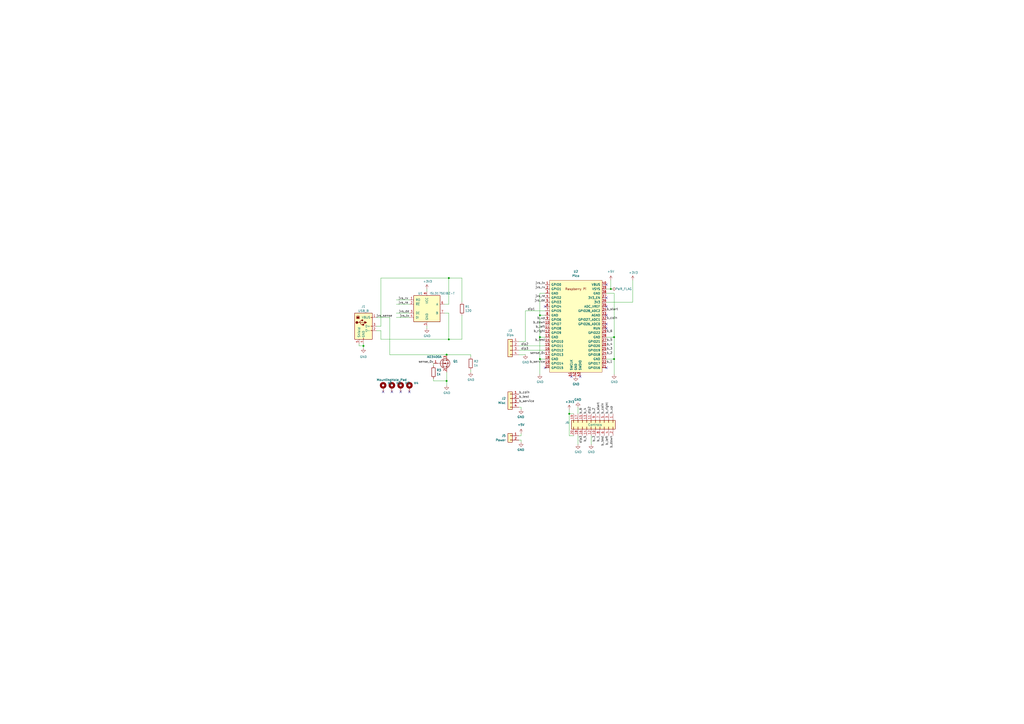
<source format=kicad_sch>
(kicad_sch (version 20211123) (generator eeschema)
  (paper "A2")
  (title_block (title "TD-IO"))
  (lib_symbols
    (symbol "+3.3V_1" (power) (pin_numbers hide) (pin_names (offset 0) hide)
      (property "Value" "+3.3V_1" (at 0 3.556 0))
      (symbol "+3.3V_1_0_1"
        (polyline (pts (xy -0.762 1.27) (xy 0 2.54)))
        (polyline (pts (xy 0 0) (xy 0 2.54)))
        (polyline (pts (xy 0 2.54) (xy 0.762 1.27)))
      )
      (symbol "+3.3V_1_1_1"
        (pin power_in line (at 0 0 90) (length 0) hide (name "+3V3") (number "1"))
      )
    )
    (symbol "+3.3V_2" (power) (pin_numbers hide) (pin_names (offset 0) hide)
      (property "Value" "+3.3V_2" (at 0 3.556 0))
      (symbol "+3.3V_2_0_1"
        (polyline (pts (xy -0.762 1.27) (xy 0 2.54)))
        (polyline (pts (xy 0 0) (xy 0 2.54)))
        (polyline (pts (xy 0 2.54) (xy 0.762 1.27)))
      )
      (symbol "+3.3V_2_1_1"
        (pin power_in line (at 0 0 90) (length 0) hide (name "+3V3") (number "1"))
      )
    )
    (symbol "+5V_1" (power) (pin_numbers hide) (pin_names (offset 0) hide)
      (property "Value" "+5V_1" (at 0 3.556 0))
      (symbol "+5V_1_0_1"
        (polyline (pts (xy -0.762 1.27) (xy 0 2.54)))
        (polyline (pts (xy 0 0) (xy 0 2.54)))
        (polyline (pts (xy 0 2.54) (xy 0.762 1.27)))
      )
      (symbol "+5V_1_1_1"
        (pin power_in line (at 0 0 90) (length 0) hide (name "+5V") (number "1"))
      )
    )
    (symbol "Connector:USB_B" (pin_names (offset 1.016))
      (property "Reference" "J" (at -5.08 11.43 0))
      (property "Value" "USB_B" (at -5.08 8.89 0))
      (symbol "USB_B_0_1"
        (rectangle (start -5.08 -7.62) (end 5.08 7.62) (stroke (width 0.254)) (fill (type background)))
        (circle (center -3.81 2.159) (radius 0.635) (stroke (width 0.254)) (fill (type outline)))
        (rectangle (start -3.81 5.588) (end -2.54 4.572) (fill (type outline)))
        (circle (center -0.635 3.429) (radius 0.381) (stroke (width 0.254)) (fill (type outline)))
        (rectangle (start -0.127 -7.62) (end 0.127 -6.858))
        (polyline (pts (xy -1.905 2.159) (xy 0.635 2.159)) (stroke (width 0.254)))
        (polyline (pts (xy -3.175 2.159) (xy -2.54 2.159) (xy -1.27 3.429) (xy -0.635 3.429)) (stroke (width 0.254)))
        (polyline (pts (xy -2.54 2.159) (xy -1.905 2.159) (xy -1.27 0.889) (xy 0 0.889)) (stroke (width 0.254)))
        (polyline (pts (xy 0.635 2.794) (xy 0.635 1.524) (xy 1.905 2.159) (xy 0.635 2.794)) (stroke (width 0.254)) (fill (type outline)))
        (polyline (pts (xy -4.064 4.318) (xy -2.286 4.318) (xy -2.286 5.715) (xy -2.667 6.096) (xy -3.683 6.096) (xy -4.064 5.715) (xy -4.064 4.318)))
        (rectangle (start 0.254 1.27) (end -0.508 0.508) (stroke (width 0.254)) (fill (type outline)))
        (rectangle (start 5.08 -2.667) (end 4.318 -2.413))
        (rectangle (start 5.08 -0.127) (end 4.318 0.127))
        (rectangle (start 5.08 4.953) (end 4.318 5.207))
      )
      (symbol "USB_B_1_1"
        (pin power_out line (at 7.62 5.08 180) (length 2.54) (name "VBUS") (number "1"))
        (pin bidirectional line (at 7.62 -2.54 180) (length 2.54) (name "D-") (number "2"))
        (pin bidirectional line (at 7.62 0 180) (length 2.54) (name "D+") (number "3"))
        (pin power_out line (at 0 -10.16 90) (length 2.54) (name "GND") (number "4"))
        (pin passive line (at -2.54 -10.16 90) (length 2.54) (name "Shield") (number "5"))
      )
    )
    (symbol "Connector_Generic:Conn_01x02" (pin_names (offset 1.016) hide)
      (property "Reference" "J" (at 0 2.54 0))
      (property "Value" "Conn_01x02" (at 0 -5.08 0))
      (symbol "Conn_01x02_1_1"
        (rectangle (start -1.27 -2.413) (end 0 -2.667) (stroke (width 0.1524)))
        (rectangle (start -1.27 0.127) (end 0 -0.127) (stroke (width 0.1524)))
        (rectangle (start -1.27 1.27) (end 1.27 -3.81) (stroke (width 0.254)) (fill (type background)))
        (pin passive line (at -5.08 0 0) (length 3.81) (name "Pin_1") (number "1"))
        (pin passive line (at -5.08 -2.54 0) (length 3.81) (name "Pin_2") (number "2"))
      )
    )
    (symbol "Connector_Generic:Conn_01x04" (pin_names (offset 1.016) hide)
      (property "Reference" "J" (at 0 5.08 0))
      (property "Value" "Conn_01x04" (at 0 -7.62 0))
      (symbol "Conn_01x04_1_1"
        (rectangle (start -1.27 -4.953) (end 0 -5.207) (stroke (width 0.1524)))
        (rectangle (start -1.27 -2.413) (end 0 -2.667) (stroke (width 0.1524)))
        (rectangle (start -1.27 0.127) (end 0 -0.127) (stroke (width 0.1524)))
        (rectangle (start -1.27 2.667) (end 0 2.413) (stroke (width 0.1524)))
        (rectangle (start -1.27 3.81) (end 1.27 -6.35) (stroke (width 0.254)) (fill (type background)))
        (pin passive line (at -5.08 2.54 0) (length 3.81) (name "Pin_1") (number "1"))
        (pin passive line (at -5.08 0 0) (length 3.81) (name "Pin_2") (number "2"))
        (pin passive line (at -5.08 -2.54 0) (length 3.81) (name "Pin_3") (number "3"))
        (pin passive line (at -5.08 -5.08 0) (length 3.81) (name "Pin_4") (number "4"))
      )
    )
    (symbol "Connector_Generic:Conn_02x10_Odd_Even" (pin_names (offset 1.016) hide)
      (property "Reference" "J" (at 1.27 12.7 0))
      (property "Value" "Conn_02x10_Odd_Even" (at 1.27 -15.24 0))
      (symbol "Conn_02x10_Odd_Even_1_1"
        (rectangle (start -1.27 -12.573) (end 0 -12.827) (stroke (width 0.1524)))
        (rectangle (start -1.27 -10.033) (end 0 -10.287) (stroke (width 0.1524)))
        (rectangle (start -1.27 -7.493) (end 0 -7.747) (stroke (width 0.1524)))
        (rectangle (start -1.27 -4.953) (end 0 -5.207) (stroke (width 0.1524)))
        (rectangle (start -1.27 -2.413) (end 0 -2.667) (stroke (width 0.1524)))
        (rectangle (start -1.27 0.127) (end 0 -0.127) (stroke (width 0.1524)))
        (rectangle (start -1.27 2.667) (end 0 2.413) (stroke (width 0.1524)))
        (rectangle (start -1.27 5.207) (end 0 4.953) (stroke (width 0.1524)))
        (rectangle (start -1.27 7.747) (end 0 7.493) (stroke (width 0.1524)))
        (rectangle (start -1.27 10.287) (end 0 10.033) (stroke (width 0.1524)))
        (rectangle (start -1.27 11.43) (end 3.81 -13.97) (stroke (width 0.254)) (fill (type background)))
        (rectangle (start 3.81 -12.573) (end 2.54 -12.827) (stroke (width 0.1524)))
        (rectangle (start 3.81 -10.033) (end 2.54 -10.287) (stroke (width 0.1524)))
        (rectangle (start 3.81 -7.493) (end 2.54 -7.747) (stroke (width 0.1524)))
        (rectangle (start 3.81 -4.953) (end 2.54 -5.207) (stroke (width 0.1524)))
        (rectangle (start 3.81 -2.413) (end 2.54 -2.667) (stroke (width 0.1524)))
        (rectangle (start 3.81 0.127) (end 2.54 -0.127) (stroke (width 0.1524)))
        (rectangle (start 3.81 2.667) (end 2.54 2.413) (stroke (width 0.1524)))
        (rectangle (start 3.81 5.207) (end 2.54 4.953) (stroke (width 0.1524)))
        (rectangle (start 3.81 7.747) (end 2.54 7.493) (stroke (width 0.1524)))
        (rectangle (start 3.81 10.287) (end 2.54 10.033) (stroke (width 0.1524)))
        (pin passive line (at -5.08 10.16 0) (length 3.81) (name "Pin_1") (number "1"))
        (pin passive line (at 7.62 0 180) (length 3.81) (name "Pin_10") (number "10"))
        (pin passive line (at -5.08 -2.54 0) (length 3.81) (name "Pin_11") (number "11"))
        (pin passive line (at 7.62 -2.54 180) (length 3.81) (name "Pin_12") (number "12"))
        (pin passive line (at -5.08 -5.08 0) (length 3.81) (name "Pin_13") (number "13"))
        (pin passive line (at 7.62 -5.08 180) (length 3.81) (name "Pin_14") (number "14"))
        (pin passive line (at -5.08 -7.62 0) (length 3.81) (name "Pin_15") (number "15"))
        (pin passive line (at 7.62 -7.62 180) (length 3.81) (name "Pin_16") (number "16"))
        (pin passive line (at -5.08 -10.16 0) (length 3.81) (name "Pin_17") (number "17"))
        (pin passive line (at 7.62 -10.16 180) (length 3.81) (name "Pin_18") (number "18"))
        (pin passive line (at -5.08 -12.7 0) (length 3.81) (name "Pin_19") (number "19"))
        (pin passive line (at 7.62 10.16 180) (length 3.81) (name "Pin_2") (number "2"))
        (pin passive line (at 7.62 -12.7 180) (length 3.81) (name "Pin_20") (number "20"))
        (pin passive line (at -5.08 7.62 0) (length 3.81) (name "Pin_3") (number "3"))
        (pin passive line (at 7.62 7.62 180) (length 3.81) (name "Pin_4") (number "4"))
        (pin passive line (at -5.08 5.08 0) (length 3.81) (name "Pin_5") (number "5"))
        (pin passive line (at 7.62 5.08 180) (length 3.81) (name "Pin_6") (number "6"))
        (pin passive line (at -5.08 2.54 0) (length 3.81) (name "Pin_7") (number "7"))
        (pin passive line (at 7.62 2.54 180) (length 3.81) (name "Pin_8") (number "8"))
        (pin passive line (at -5.08 0 0) (length 3.81) (name "Pin_9") (number "9"))
      )
    )
    (symbol "Device:R" (pin_numbers hide) (pin_names (offset 0))
      (property "Reference" "R" (at 2.032 0 90))
      (property "Value" "R" (at 0 0 90))
      (symbol "R_0_1"
        (rectangle (start -1.016 -2.54) (end 1.016 2.54) (stroke (width 0.254)))
      )
      (symbol "R_1_1"
        (pin passive line (at 0 3.81 270) (length 1.27) (name "~") (number "1"))
        (pin passive line (at 0 -3.81 90) (length 1.27) (name "~") (number "2"))
      )
    )
    (symbol "GND_1" (power) (pin_names (offset 0))
      (property "Value" "GND_1" (at 0 -3.81 0))
      (symbol "GND_1_0_1"
        (polyline (pts (xy 0 0) (xy 0 -1.27) (xy 1.27 -1.27) (xy 0 -2.54) (xy -1.27 -1.27) (xy 0 -1.27)))
      )
      (symbol "GND_1_1_1"
        (pin power_in line (at 0 0 270) (length 0) hide (name "GND") (number "1"))
      )
    )
    (symbol "GND_10" (power) (pin_numbers hide) (pin_names (offset 0) hide)
      (property "Value" "GND_10" (at 0 -3.81 0))
      (symbol "GND_10_0_1"
        (polyline (pts (xy 0 0) (xy 0 -1.27) (xy 1.27 -1.27) (xy 0 -2.54) (xy -1.27 -1.27) (xy 0 -1.27)))
      )
      (symbol "GND_10_1_1"
        (pin power_in line (at 0 0 270) (length 0) hide (name "GND") (number "1"))
      )
    )
    (symbol "GND_12" (power) (pin_numbers hide) (pin_names (offset 0) hide)
      (property "Value" "GND_12" (at 0 -3.81 0))
      (symbol "GND_12_0_1"
        (polyline (pts (xy 0 0) (xy 0 -1.27) (xy 1.27 -1.27) (xy 0 -2.54) (xy -1.27 -1.27) (xy 0 -1.27)))
      )
      (symbol "GND_12_1_1"
        (pin power_in line (at 0 0 270) (length 0) hide (name "GND") (number "1"))
      )
    )
    (symbol "GND_13" (power) (pin_numbers hide) (pin_names (offset 0) hide)
      (property "Value" "GND_13" (at 0 -3.81 0))
      (symbol "GND_13_0_1"
        (polyline (pts (xy 0 0) (xy 0 -1.27) (xy 1.27 -1.27) (xy 0 -2.54) (xy -1.27 -1.27) (xy 0 -1.27)))
      )
      (symbol "GND_13_1_1"
        (pin power_in line (at 0 0 270) (length 0) hide (name "GND") (number "1"))
      )
    )
    (symbol "GND_14" (power) (pin_numbers hide) (pin_names (offset 0) hide)
      (property "Value" "GND_14" (at 0 -3.81 0))
      (symbol "GND_14_0_1"
        (polyline (pts (xy 0 0) (xy 0 -1.27) (xy 1.27 -1.27) (xy 0 -2.54) (xy -1.27 -1.27) (xy 0 -1.27)))
      )
      (symbol "GND_14_1_1"
        (pin power_in line (at 0 0 270) (length 0) hide (name "GND") (number "1"))
      )
    )
    (symbol "GND_15" (power) (pin_numbers hide) (pin_names (offset 0) hide)
      (property "Value" "GND_15" (at 0 -3.81 0))
      (symbol "GND_15_0_1"
        (polyline (pts (xy 0 0) (xy 0 -1.27) (xy 1.27 -1.27) (xy 0 -2.54) (xy -1.27 -1.27) (xy 0 -1.27)))
      )
      (symbol "GND_15_1_1"
        (pin power_in line (at 0 0 270) (length 0) hide (name "GND") (number "1"))
      )
    )
    (symbol "GND_2" (power) (pin_numbers hide) (pin_names (offset 0) hide)
      (property "Value" "GND_2" (at 0 -3.81 0))
      (symbol "GND_2_0_1"
        (polyline (pts (xy 0 0) (xy 0 -1.27) (xy 1.27 -1.27) (xy 0 -2.54) (xy -1.27 -1.27) (xy 0 -1.27)))
      )
      (symbol "GND_2_1_1"
        (pin power_in line (at 0 0 270) (length 0) hide (name "GND") (number "1"))
      )
    )
    (symbol "GND_4" (power) (pin_numbers hide) (pin_names (offset 0) hide)
      (property "Value" "GND_4" (at 0 -3.81 0))
      (symbol "GND_4_0_1"
        (polyline (pts (xy 0 0) (xy 0 -1.27) (xy 1.27 -1.27) (xy 0 -2.54) (xy -1.27 -1.27) (xy 0 -1.27)))
      )
      (symbol "GND_4_1_1"
        (pin power_in line (at 0 0 270) (length 0) hide (name "GND") (number "1"))
      )
    )
    (symbol "GND_5" (power) (pin_names (offset 0))
      (property "Value" "GND_5" (at 0 -3.81 0))
      (symbol "GND_5_0_1"
        (polyline (pts (xy 0 0) (xy 0 -1.27) (xy 1.27 -1.27) (xy 0 -2.54) (xy -1.27 -1.27) (xy 0 -1.27)))
      )
      (symbol "GND_5_1_1"
        (pin power_in line (at 0 0 270) (length 0) hide (name "GND") (number "1"))
      )
    )
    (symbol "GND_6" (power) (pin_numbers hide) (pin_names (offset 0) hide)
      (property "Value" "GND_6" (at 0 -3.81 0))
      (symbol "GND_6_0_1"
        (polyline (pts (xy 0 0) (xy 0 -1.27) (xy 1.27 -1.27) (xy 0 -2.54) (xy -1.27 -1.27) (xy 0 -1.27)))
      )
      (symbol "GND_6_1_1"
        (pin power_in line (at 0 0 270) (length 0) hide (name "GND") (number "1"))
      )
    )
    (symbol "GND_8" (power) (pin_numbers hide) (pin_names (offset 0) hide)
      (property "Value" "GND_8" (at 0 -3.81 0))
      (symbol "GND_8_0_1"
        (polyline (pts (xy 0 0) (xy 0 -1.27) (xy 1.27 -1.27) (xy 0 -2.54) (xy -1.27 -1.27) (xy 0 -1.27)))
      )
      (symbol "GND_8_1_1"
        (pin power_in line (at 0 0 270) (length 0) hide (name "GND") (number "1"))
      )
    )
    (symbol "GND_9" (power) (pin_numbers hide) (pin_names (offset 0) hide)
      (property "Value" "GND_9" (at 0 -3.81 0))
      (symbol "GND_9_0_1"
        (polyline (pts (xy 0 0) (xy 0 -1.27) (xy 1.27 -1.27) (xy 0 -2.54) (xy -1.27 -1.27) (xy 0 -1.27)))
      )
      (symbol "GND_9_1_1"
        (pin power_in line (at 0 0 270) (length 0) hide (name "GND") (number "1"))
      )
    )
    (symbol "Interface_UART:SP3481CN" (pin_names (offset 1.016))
      (property "Reference" "U" (at -7.62 8.89 0))
      (property "Value" "SP3481CN" (at 2.54 8.89 0))
      (symbol "SP3481CN_0_1"
        (rectangle (start -7.62 7.62) (end 7.62 -7.62) (stroke (width 0.254)) (fill (type background)))
      )
      (symbol "SP3481CN_1_1"
        (pin output line (at -10.16 5.08 0) (length 2.54) (name "RO") (number "1"))
        (pin input line (at -10.16 2.54 0) (length 2.54) (name "~{RE}") (number "2"))
        (pin input line (at -10.16 -2.54 0) (length 2.54) (name "DE") (number "3"))
        (pin input line (at -10.16 -5.08 0) (length 2.54) (name "DI") (number "4"))
        (pin power_in line (at 0 -10.16 90) (length 2.54) (name "GND") (number "5"))
        (pin bidirectional line (at 10.16 2.54 180) (length 2.54) (name "A") (number "6"))
        (pin bidirectional line (at 10.16 -2.54 180) (length 2.54) (name "B") (number "7"))
        (pin power_in line (at 0 10.16 270) (length 2.54) (name "VCC") (number "8"))
      )
    )
    (symbol "MCU_RaspberryPi_and_Boards:Pico" (pin_names (offset 1.016))
      (property "Reference" "U" (at -13.97 27.94 0))
      (property "Value" "Pico" (at 0 19.05 0))
      (symbol "Pico_0_0"
        (text "Raspberry Pi" (at 0 21.59 0) (effects (font (size 1.27 1.27))))
      )
      (symbol "Pico_0_1"
        (rectangle (start -15.24 26.67) (end 15.24 -26.67) (fill (type background)))
      )
      (symbol "Pico_1_1"
        (pin bidirectional line (at -17.78 24.13 0) (length 2.54) (name "GPIO0") (number "1"))
        (pin bidirectional line (at -17.78 1.27 0) (length 2.54) (name "GPIO7") (number "10"))
        (pin bidirectional line (at -17.78 -1.27 0) (length 2.54) (name "GPIO8") (number "11"))
        (pin bidirectional line (at -17.78 -3.81 0) (length 2.54) (name "GPIO9") (number "12"))
        (pin power_in line (at -17.78 -6.35 0) (length 2.54) (name "GND") (number "13"))
        (pin bidirectional line (at -17.78 -8.89 0) (length 2.54) (name "GPIO10") (number "14"))
        (pin bidirectional line (at -17.78 -11.43 0) (length 2.54) (name "GPIO11") (number "15"))
        (pin bidirectional line (at -17.78 -13.97 0) (length 2.54) (name "GPIO12") (number "16"))
        (pin bidirectional line (at -17.78 -16.51 0) (length 2.54) (name "GPIO13") (number "17"))
        (pin power_in line (at -17.78 -19.05 0) (length 2.54) (name "GND") (number "18"))
        (pin bidirectional line (at -17.78 -21.59 0) (length 2.54) (name "GPIO14") (number "19"))
        (pin bidirectional line (at -17.78 21.59 0) (length 2.54) (name "GPIO1") (number "2"))
        (pin bidirectional line (at -17.78 -24.13 0) (length 2.54) (name "GPIO15") (number "20"))
        (pin bidirectional line (at 17.78 -24.13 180) (length 2.54) (name "GPIO16") (number "21"))
        (pin bidirectional line (at 17.78 -21.59 180) (length 2.54) (name "GPIO17") (number "22"))
        (pin power_in line (at 17.78 -19.05 180) (length 2.54) (name "GND") (number "23"))
        (pin bidirectional line (at 17.78 -16.51 180) (length 2.54) (name "GPIO18") (number "24"))
        (pin bidirectional line (at 17.78 -13.97 180) (length 2.54) (name "GPIO19") (number "25"))
        (pin bidirectional line (at 17.78 -11.43 180) (length 2.54) (name "GPIO20") (number "26"))
        (pin bidirectional line (at 17.78 -8.89 180) (length 2.54) (name "GPIO21") (number "27"))
        (pin power_in line (at 17.78 -6.35 180) (length 2.54) (name "GND") (number "28"))
        (pin bidirectional line (at 17.78 -3.81 180) (length 2.54) (name "GPIO22") (number "29"))
        (pin power_in line (at -17.78 19.05 0) (length 2.54) (name "GND") (number "3"))
        (pin input line (at 17.78 -1.27 180) (length 2.54) (name "RUN") (number "30"))
        (pin bidirectional line (at 17.78 1.27 180) (length 2.54) (name "GPIO26_ADC0") (number "31"))
        (pin bidirectional line (at 17.78 3.81 180) (length 2.54) (name "GPIO27_ADC1") (number "32"))
        (pin power_in line (at 17.78 6.35 180) (length 2.54) (name "AGND") (number "33"))
        (pin bidirectional line (at 17.78 8.89 180) (length 2.54) (name "GPIO28_ADC2") (number "34"))
        (pin unspecified line (at 17.78 11.43 180) (length 2.54) (name "ADC_VREF") (number "35"))
        (pin power_out line (at 17.78 13.97 180) (length 2.54) (name "3V3") (number "36"))
        (pin input line (at 17.78 16.51 180) (length 2.54) (name "3V3_EN") (number "37"))
        (pin power_in line (at 17.78 19.05 180) (length 2.54) (name "GND") (number "38"))
        (pin power_in line (at 17.78 21.59 180) (length 2.54) (name "VSYS") (number "39"))
        (pin bidirectional line (at -17.78 16.51 0) (length 2.54) (name "GPIO2") (number "4"))
        (pin unspecified line (at 17.78 24.13 180) (length 2.54) (name "VBUS") (number "40"))
        (pin input line (at -2.54 -29.21 90) (length 2.54) (name "SWCLK") (number "41"))
        (pin power_in line (at 0 -29.21 90) (length 2.54) (name "GND") (number "42"))
        (pin bidirectional line (at 2.54 -29.21 90) (length 2.54) (name "SWDIO") (number "43"))
        (pin bidirectional line (at -17.78 13.97 0) (length 2.54) (name "GPIO3") (number "5"))
        (pin bidirectional line (at -17.78 11.43 0) (length 2.54) (name "GPIO4") (number "6"))
        (pin bidirectional line (at -17.78 8.89 0) (length 2.54) (name "GPIO5") (number "7"))
        (pin power_in line (at -17.78 6.35 0) (length 2.54) (name "GND") (number "8"))
        (pin bidirectional line (at -17.78 3.81 0) (length 2.54) (name "GPIO6") (number "9"))
      )
    )
    (symbol "Mechanical:MountingHole_Pad" (pin_numbers hide) (pin_names (offset 1.016) hide)
      (property "Reference" "H" (at 0 6.35 0))
      (property "Value" "MountingHole_Pad" (at 0 4.445 0))
      (symbol "MountingHole_Pad_0_1"
        (circle (center 0 1.27) (radius 1.27) (stroke (width 1.27)))
      )
      (symbol "MountingHole_Pad_1_1"
        (pin input line (at 0 -2.54 90) (length 2.54) (name "1") (number "1"))
      )
    )
    (symbol "Transistor_FET:AO3400A" (pin_names hide)
      (property "Reference" "Q" (at 5.08 1.905 0))
      (property "Value" "AO3400A" (at 5.08 0 0))
      (symbol "AO3400A_0_1"
        (polyline (pts (xy 0.254 0) (xy -2.54 0)))
        (polyline (pts (xy 0.254 1.905) (xy 0.254 -1.905)) (stroke (width 0.254)))
        (polyline (pts (xy 0.762 -1.27) (xy 0.762 -2.286)) (stroke (width 0.254)))
        (polyline (pts (xy 0.762 0.508) (xy 0.762 -0.508)) (stroke (width 0.254)))
        (polyline (pts (xy 0.762 2.286) (xy 0.762 1.27)) (stroke (width 0.254)))
        (polyline (pts (xy 2.54 2.54) (xy 2.54 1.778)))
        (polyline (pts (xy 2.54 -2.54) (xy 2.54 0) (xy 0.762 0)))
        (polyline (pts (xy 0.762 -1.778) (xy 3.302 -1.778) (xy 3.302 1.778) (xy 0.762 1.778)))
        (polyline (pts (xy 1.016 0) (xy 2.032 0.381) (xy 2.032 -0.381) (xy 1.016 0)) (fill (type outline)))
        (polyline (pts (xy 2.794 0.508) (xy 2.921 0.381) (xy 3.683 0.381) (xy 3.81 0.254)))
        (polyline (pts (xy 3.302 0.381) (xy 2.921 -0.254) (xy 3.683 -0.254) (xy 3.302 0.381)))
        (circle (center 1.651 0) (radius 2.794) (stroke (width 0.254)))
        (circle (center 2.54 -1.778) (radius 0.254) (fill (type outline)))
        (circle (center 2.54 1.778) (radius 0.254) (fill (type outline)))
      )
      (symbol "AO3400A_1_1"
        (pin input line (at -5.08 0 0) (length 2.54) (name "G") (number "1"))
        (pin passive line (at 2.54 -5.08 90) (length 2.54) (name "S") (number "2"))
        (pin passive line (at 2.54 5.08 270) (length 2.54) (name "D") (number "3"))
      )
    )
    (symbol "power:+3.3V" (power) (pin_numbers hide) (pin_names (offset 0) hide)
      (property "Value" "+3.3V" (at 0 3.556 0))
      (symbol "+3.3V_0_1"
        (polyline (pts (xy -0.762 1.27) (xy 0 2.54)))
        (polyline (pts (xy 0 0) (xy 0 2.54)))
        (polyline (pts (xy 0 2.54) (xy 0.762 1.27)))
      )
      (symbol "+3.3V_1_1"
        (pin power_in line (at 0 0 90) (length 0) hide (name "+3V3") (number "1"))
      )
    )
    (symbol "power:+5V" (power) (pin_numbers hide) (pin_names (offset 0) hide)
      (property "Value" "+5V" (at 0 3.556 0))
      (symbol "+5V_0_1"
        (polyline (pts (xy -0.762 1.27) (xy 0 2.54)))
        (polyline (pts (xy 0 0) (xy 0 2.54)))
        (polyline (pts (xy 0 2.54) (xy 0.762 1.27)))
      )
      (symbol "+5V_1_1"
        (pin power_in line (at 0 0 90) (length 0) hide (name "+5V") (number "1"))
      )
    )
    (symbol "power:GND" (power) (pin_numbers hide) (pin_names (offset 0) hide)
      (property "Value" "GND" (at 0 -3.81 0))
      (symbol "GND_0_1"
        (polyline (pts (xy 0 0) (xy 0 -1.27) (xy 1.27 -1.27) (xy 0 -2.54) (xy -1.27 -1.27) (xy 0 -1.27)))
      )
      (symbol "GND_1_1"
        (pin power_in line (at 0 0 270) (length 0) hide (name "GND") (number "1"))
      )
    )
    (symbol "power:PWR_FLAG" (power) (pin_numbers hide) (pin_names (offset 0) hide)
      (property "Value" "PWR_FLAG" (at 0 3.81 0))
      (symbol "PWR_FLAG_0_0"
        (pin power_out line (at 0 0 90) (length 0) (name "pwr") (number "1"))
      )
      (symbol "PWR_FLAG_0_1"
        (polyline (pts (xy 0 0) (xy 0 1.27) (xy -1.016 1.905) (xy 0 2.54) (xy 1.016 1.905) (xy 0 1.27)))
      )
    )
  )
  (junction (at 260.35 196.85))
  (junction (at 259.08 205.74))
  (junction (at 259.08 220.98))
  (junction (at 313.182 195.58))
  (junction (at 330.2 240.03))
  (junction (at 356.235 195.58))
  (junction (at 260.35 161.29))
  (junction (at 313.182 208.28))
  (junction (at 354.33 167.64))
  (junction (at 356.235 208.28))
  (junction (at 313.182 182.88))
  (junction (at 210.82 200.66))
  (no_connect (at 316.23 213.36))
  (no_connect (at 232.41 227.33))
  (no_connect (at 227.33 227.33))
  (no_connect (at 222.25 227.33))
  (no_connect (at 237.49 227.33))
  (no_connect (at 351.79 172.72))
  (no_connect (at 351.79 177.8))
  (no_connect (at 351.79 182.88))
  (no_connect (at 351.79 190.5))
  (no_connect (at 351.79 165.1))
  (no_connect (at 316.23 177.8))
  (no_connect (at 351.79 187.96))
  (no_connect (at 336.55 218.44))
  (no_connect (at 331.47 218.44))
  (no_connect (at 351.79 213.36))
  (wire (pts (xy 247.65 189.23) (xy 247.65 190.5)))
  (wire (pts (xy 300.99 200.66) (xy 316.23 200.66)))
  (wire (pts (xy 304.8 198.12) (xy 300.99 198.12)))
  (wire (pts (xy 335.28 236.22) (xy 335.28 240.03)))
  (wire (pts (xy 342.9 257.81) (xy 342.9 252.73)))
  (wire (pts (xy 300.99 205.74) (xy 304.8 205.74)))
  (wire (pts (xy 273.05 205.74) (xy 273.05 207.01)))
  (wire (pts (xy 313.182 195.58) (xy 313.182 208.28)))
  (wire (pts (xy 208.28 200.66) (xy 210.82 200.66)))
  (wire (pts (xy 302.26 255.27) (xy 302.26 256.54)))
  (wire (pts (xy 313.182 208.28) (xy 316.23 208.28)))
  (wire (pts (xy 356.235 208.28) (xy 351.79 208.28)))
  (wire (pts (xy 367.03 175.26) (xy 351.79 175.26)))
  (wire (pts (xy 251.46 212.09) (xy 251.46 210.82)))
  (wire (pts (xy 229.87 181.61) (xy 237.49 181.61)))
  (wire (pts (xy 351.79 195.58) (xy 356.235 195.58)))
  (wire (pts (xy 210.82 200.66) (xy 210.82 201.93)))
  (wire (pts (xy 218.44 184.15) (xy 226.06 184.15)))
  (wire (pts (xy 220.98 161.29) (xy 260.35 161.29)))
  (wire (pts (xy 260.35 161.29) (xy 267.97 161.29)))
  (wire (pts (xy 220.98 196.85) (xy 260.35 196.85)))
  (wire (pts (xy 273.05 205.74) (xy 259.08 205.74)))
  (wire (pts (xy 226.06 184.15) (xy 226.06 205.74)))
  (wire (pts (xy 300.99 252.73) (xy 302.26 252.73)))
  (wire (pts (xy 335.28 257.81) (xy 335.28 252.73)))
  (wire (pts (xy 330.2 240.03) (xy 332.74 240.03)))
  (wire (pts (xy 220.98 196.85) (xy 220.98 191.77)))
  (wire (pts (xy 260.35 196.85) (xy 267.97 196.85)))
  (wire (pts (xy 220.98 189.23) (xy 218.44 189.23)))
  (wire (pts (xy 247.65 167.64) (xy 247.65 168.91)))
  (wire (pts (xy 300.99 255.27) (xy 302.26 255.27)))
  (wire (pts (xy 300.99 203.2) (xy 316.23 203.2)))
  (wire (pts (xy 208.28 199.39) (xy 208.28 200.66)))
  (wire (pts (xy 229.87 176.53) (xy 237.49 176.53)))
  (wire (pts (xy 259.08 223.52) (xy 259.08 220.98)))
  (wire (pts (xy 316.23 195.58) (xy 313.182 195.58)))
  (wire (pts (xy 330.2 237.49) (xy 330.2 240.03)))
  (wire (pts (xy 220.98 191.77) (xy 218.44 191.77)))
  (wire (pts (xy 313.182 217.17) (xy 313.182 208.28)))
  (wire (pts (xy 260.35 161.29) (xy 260.35 176.53)))
  (wire (pts (xy 351.79 170.18) (xy 356.235 170.18)))
  (wire (pts (xy 304.8 180.34) (xy 304.8 198.12)))
  (wire (pts (xy 226.06 205.74) (xy 259.08 205.74)))
  (wire (pts (xy 356.235 170.18) (xy 356.235 195.58)))
  (wire (pts (xy 354.33 167.64) (xy 354.33 162.56)))
  (wire (pts (xy 220.98 161.29) (xy 220.98 189.23)))
  (wire (pts (xy 267.97 175.26) (xy 267.97 161.29)))
  (wire (pts (xy 313.182 182.88) (xy 313.182 195.58)))
  (wire (pts (xy 356.235 195.58) (xy 356.235 208.28)))
  (wire (pts (xy 332.74 252.73) (xy 330.2 252.73)))
  (wire (pts (xy 273.05 214.63) (xy 273.05 215.9)))
  (wire (pts (xy 229.87 184.15) (xy 237.49 184.15)))
  (wire (pts (xy 351.79 167.64) (xy 354.33 167.64)))
  (wire (pts (xy 257.81 181.61) (xy 260.35 181.61)))
  (wire (pts (xy 210.82 200.66) (xy 210.82 199.39)))
  (wire (pts (xy 313.182 170.18) (xy 313.182 182.88)))
  (wire (pts (xy 302.26 252.73) (xy 302.26 251.46)))
  (wire (pts (xy 356.235 217.17) (xy 356.235 208.28)))
  (wire (pts (xy 302.26 237.49) (xy 302.26 236.22)))
  (wire (pts (xy 316.23 182.88) (xy 313.182 182.88)))
  (wire (pts (xy 316.23 180.34) (xy 304.8 180.34)))
  (wire (pts (xy 251.46 220.98) (xy 251.46 219.71)))
  (wire (pts (xy 260.35 176.53) (xy 257.81 176.53)))
  (wire (pts (xy 259.08 215.9) (xy 259.08 220.98)))
  (wire (pts (xy 251.46 220.98) (xy 259.08 220.98)))
  (wire (pts (xy 330.2 252.73) (xy 330.2 240.03)))
  (wire (pts (xy 260.35 181.61) (xy 260.35 196.85)))
  (wire (pts (xy 367.03 162.56) (xy 367.03 175.26)))
  (wire (pts (xy 302.26 236.22) (xy 300.99 236.22)))
  (wire (pts (xy 229.87 173.99) (xy 237.49 173.99)))
  (wire (pts (xy 267.97 182.88) (xy 267.97 196.85)))
  (wire (pts (xy 316.23 170.18) (xy 313.182 170.18)))
  (label "b_down" (at 355.6 252.73 270))
  (label "b_coin" (at 300.99 228.6 0))
  (label "b_test" (at 300.99 231.14 0))
  (label "b_2" (at 351.79 205.74 0))
  (label "b_down" (at 316.23 187.96 180))
  (label "jvs_rx" (at 236.855 173.99 180))
  (label "b_3" (at 351.79 203.2 0))
  (label "jvs_re" (at 236.855 176.53 180))
  (label "jvs_sense" (at 218.44 184.15 0))
  (label "b_2" (at 345.44 240.03 90))
  (label "dip3" (at 337.82 252.73 270))
  (label "b_up" (at 316.23 185.42 180))
  (label "sense_0v" (at 251.46 210.82 180))
  (label "b_start" (at 351.79 180.34 0))
  (label "b_service" (at 316.23 210.82 180))
  (label "dip1" (at 306.07 180.34 0))
  (label "b_3" (at 345.44 252.73 270))
  (label "b_coin" (at 351.79 185.42 0))
  (label "b_left" (at 316.23 190.5 180))
  (label "b_up" (at 355.6 240.03 90))
  (label "b_1" (at 347.98 252.73 270))
  (label "jvs_rx" (at 316.23 167.64 180))
  (label "b_right" (at 353.06 240.03 90))
  (label "b_left" (at 353.06 252.73 270))
  (label "b_service" (at 300.99 233.68 0))
  (label "b_6" (at 351.79 193.04 0))
  (label "sense_0v" (at 316.23 205.74 180))
  (label "dip2" (at 342.9 240.03 90))
  (label "b_1" (at 351.79 210.82 0))
  (label "jvs_tx" (at 237.49 184.15 180))
  (label "dip2" (at 302.26 200.66 0))
  (label "b_test" (at 316.23 198.12 180))
  (label "jvs_re" (at 316.23 172.72 180))
  (label "b_6" (at 337.82 240.03 90))
  (label "jvs_de" (at 316.23 175.26 180))
  (label "b_start" (at 347.98 240.03 90))
  (label "b_5" (at 340.36 252.73 270))
  (label "b_4" (at 351.79 200.66 0))
  (label "b_right" (at 316.23 193.04 180))
  (label "b_5" (at 351.79 198.12 0))
  (label "b_test" (at 350.52 252.73 270))
  (label "jvs_de" (at 237.49 181.61 180))
  (label "jvs_tx" (at 316.23 165.1 180))
  (label "b_coin" (at 350.52 240.03 90))
  (label "dip3" (at 302.26 203.2 0))
  (label "b_4" (at 340.36 240.03 90))
  (symbol (lib_id "Connector:USB_B") (at 210.82 189.23 0) (unit 1)
    (property "Reference" "J1" (at 210.82 177.8 0))
    (property "Value" "USB_B" (at 210.82 180.34 0))
    (property "Footprint" "Connector_USB:USB_B_OST_USB-B1HSxx_Horizontal" (effects hide))
    (property "Datasheet" " ~" (effects hide))
    (property "Digikey" "SAM10873-ND" (effects hide))
  )
  (symbol (lib_name "GND_2") (lib_id "power:GND") (at 247.65 190.5 0) (unit 1)
    (property "Reference" "#PWR05" (effects hide))
    (property "Value" "GND" (at 247.777 194.8942 0))
  )
  (symbol (lib_id "Device:R") (at 267.97 179.07 0) (unit 1)
    (property "Reference" "R1" (at 269.748 177.9016 0) (effects (justify left)))
    (property "Value" "120" (at 269.748 180.213 0) (effects (justify left)))
    (property "Footprint" "Resistor_SMD:R_0805_2012Metric" (effects hide))
    (property "Digikey" "13-RT0805FRE07120RLCT-ND" (effects hide))
  )
  (symbol (lib_name "+3.3V_1") (lib_id "power:+3.3V") (at 247.65 167.64 0) (unit 1)
    (property "Reference" "#PWR04" (effects hide))
    (property "Value" "+3.3V" (at 248.031 163.2458 0))
  )
  (symbol (lib_id "Interface_UART:SP3481CN") (at 247.65 179.07 0) (unit 1)
    (property "Reference" "U1" (at 243.84 170.18 0))
    (property "Value" "ISL3175EIBZ-T" (at 256.54 170.18 0))
    (property "Footprint" "Package_SO:SOIC-8_3.9x4.9mm_P1.27mm" (effects hide))
    (property "Datasheet" "http://www.icbase.com/pdf/SPX/SPX00480106.pdf" (effects hide))
    (property "Digikey" "1016-1150-5-ND" (effects hide))
  )
  (symbol (lib_name "GND_6") (lib_id "power:GND") (at 273.05 215.9 0) (unit 1)
    (property "Reference" "#PWR07" (effects hide))
    (property "Value" "GND" (at 273.177 220.2942 0))
  )
  (symbol (lib_id "Device:R") (at 251.46 215.9 0) (unit 1)
    (property "Reference" "R3" (at 253.238 214.7316 0) (effects (justify left)))
    (property "Value" "1k" (at 253.238 217.043 0) (effects (justify left)))
    (property "Footprint" "Resistor_SMD:R_0805_2012Metric" (effects hide))
    (property "Digikey" "311-10.0KCRCT-ND" (effects hide))
  )
  (symbol (lib_id "Device:R") (at 273.05 210.82 0) (unit 1)
    (property "Reference" "R2" (at 274.828 209.6516 0) (effects (justify left)))
    (property "Value" "1k" (at 274.828 211.963 0) (effects (justify left)))
    (property "Footprint" "Resistor_SMD:R_0805_2012Metric" (effects hide))
    (property "Digikey" "311-100CRCT-ND" (effects hide))
  )
  (symbol (lib_name "GND_4") (lib_id "power:GND") (at 259.08 223.52 0) (unit 1)
    (property "Reference" "#PWR06" (effects hide))
    (property "Value" "GND" (at 259.207 227.9142 0))
  )
  (symbol (lib_name "GND_9") (lib_id "power:GND") (at 334.01 218.44 0) (unit 1)
    (property "Reference" "#PWR014" (effects hide))
    (property "Value" "GND" (at 334.137 222.8342 0))
  )
  (symbol (lib_name "GND_8") (lib_id "power:GND") (at 313.182 217.17 0) (unit 1)
    (property "Reference" "#PWR012" (effects hide))
    (property "Value" "GND" (at 313.309 221.5642 0))
  )
  (symbol (lib_id "Connector_Generic:Conn_02x10_Odd_Even") (at 345.44 245.11 270) (unit 1)
    (property "Reference" "J6" (at 330.2 245.1099 90) (effects (justify right)))
    (property "Value" "Controls" (at 349.25 246.38 90) (effects (justify right)))
    (property "Footprint" "Connector_PinHeader_2.54mm:PinHeader_2x10_P2.54mm_Vertical" (effects hide))
  )
  (symbol (lib_name "GND_13") (lib_id "power:GND") (at 302.26 256.54 0) (mirror y) (unit 1)
    (property "Reference" "#PWR010" (effects hide))
    (property "Value" "GND" (at 302.133 260.9342 0))
  )
  (symbol (lib_name "GND_15") (lib_id "power:GND") (at 342.9 257.81 0) (unit 1)
    (property "Reference" "#PWR017" (effects hide))
    (property "Value" "GND" (at 343.027 262.2042 0))
  )
  (symbol (lib_name "+3.3V_2") (lib_id "power:+3.3V") (at 367.03 162.56 0) (unit 1)
    (property "Reference" "#PWR020" (effects hide))
    (property "Value" "+3.3V" (at 367.411 158.1658 0))
  )
  (symbol (lib_id "power:+3.3V") (at 330.2 237.49 0) (unit 1)
    (property "Reference" "#PWR013" (effects hide))
    (property "Value" "+3.3V" (at 330.581 233.0958 0))
  )
  (symbol (lib_name "GND_14") (lib_id "power:GND") (at 335.28 257.81 0) (unit 1)
    (property "Reference" "#PWR016" (effects hide))
    (property "Value" "GND" (at 335.407 262.2042 0))
  )
  (symbol (lib_id "Mechanical:MountingHole_Pad") (at 237.49 224.79 0) (unit 1)
    (property "Reference" "H4" (at 240.03 222.2499 0) (effects (justify left)))
    (property "Value" "MountingHole_Pad" (at 218.44 220.345 0) (effects (justify left)))
    (property "Footprint" "MountingHole:MountingHole_2.5mm_Pad" (effects hide))
  )
  (symbol (lib_name "GND_1") (lib_id "power:GND") (at 210.82 201.93 0) (unit 1)
    (property "Reference" "#PWR02" (effects hide))
    (property "Value" "GND" (at 210.82 207.01 0))
  )
  (symbol (lib_name "GND_5") (lib_id "power:GND") (at 304.8 205.74 0) (unit 1)
    (property "Reference" "#PWR011" (effects hide))
    (property "Value" "GND" (at 304.927 210.1342 0))
  )
  (symbol (lib_id "Connector_Generic:Conn_01x04") (at 295.91 200.66 0) (mirror y) (unit 1)
    (property "Reference" "J3" (at 295.91 191.77 0))
    (property "Value" "Dips" (at 295.91 194.31 0))
    (property "Footprint" "Connector_JST:JST_PH_B4B-PH-K_1x04_P2.00mm_Vertical" (effects hide))
  )
  (symbol (lib_id "Mechanical:MountingHole_Pad") (at 227.33 224.79 0) (unit 1)
    (property "Reference" "H2" (at 229.87 222.2499 0) (effects (justify left)))
    (property "Value" "MountingHole_Pad" (effects hide))
    (property "Footprint" "MountingHole:MountingHole_2.5mm_Pad" (effects hide))
  )
  (symbol (lib_id "Transistor_FET:AO3400A") (at 256.54 210.82 0) (unit 1)
    (property "Reference" "Q1" (at 262.89 209.5499 0) (effects (justify left)))
    (property "Value" "AO3400A" (at 247.65 207.01 0) (effects (justify left)))
    (property "Footprint" "Package_TO_SOT_SMD:SOT-23" (effects hide))
    (property "Datasheet" "http://www.aosmd.com/pdfs/datasheet/AO3400A.pdf" (effects hide))
  )
  (symbol (lib_id "power:PWR_FLAG") (at 354.33 167.64 270) (unit 1)
    (property "Reference" "#FLG01" (effects hide))
    (property "Value" "PWR_FLAG" (at 356.87 167.64 90) (effects (justify left)))
  )
  (symbol (lib_id "Mechanical:MountingHole_Pad") (at 232.41 224.79 0) (unit 1)
    (property "Reference" "H3" (at 234.95 222.2499 0) (effects (justify left)))
    (property "Value" "MountingHole_Pad" (effects hide))
    (property "Footprint" "MountingHole:MountingHole_2.5mm_Pad" (effects hide))
  )
  (symbol (lib_id "Connector_Generic:Conn_01x04") (at 295.91 231.14 0) (mirror y) (unit 1)
    (property "Reference" "J2" (at 293.37 231.1399 0) (effects (justify left)))
    (property "Value" "Misc" (at 293.37 233.6799 0) (effects (justify left)))
    (property "Footprint" "Connector_JST:JST_PH_B4B-PH-K_1x04_P2.00mm_Vertical" (effects hide))
  )
  (symbol (lib_id "MCU_RaspberryPi_and_Boards:Pico") (at 334.01 189.23 0) (unit 1)
    (property "Reference" "U2" (at 334.01 157.48 0))
    (property "Value" "Pico" (at 334.01 160.02 0))
    (property "Footprint" "RPi_Pico:RPi_Pico_SMD_TH" (effects hide))
  )
  (symbol (lib_id "Connector_Generic:Conn_01x02") (at 295.91 252.73 0) (mirror y) (unit 1)
    (property "Reference" "J5" (at 293.37 252.7299 0) (effects (justify left)))
    (property "Value" "Power" (at 293.37 255.2699 0) (effects (justify left)))
    (property "Footprint" "Connector_JST:JST_XH_B2B-XH-AM_1x02_P2.50mm_Vertical" (effects hide))
  )
  (symbol (lib_id "Mechanical:MountingHole_Pad") (at 222.25 224.79 0) (unit 1)
    (property "Reference" "H1" (at 224.79 222.2499 0) (effects (justify left)))
    (property "Value" "MountingHole_Pad" (effects hide))
    (property "Footprint" "MountingHole:MountingHole_2.5mm_Pad" (effects hide))
  )
  (symbol (lib_name "GND_12") (lib_id "power:GND") (at 302.26 237.49 0) (mirror y) (unit 1)
    (property "Reference" "#PWR08" (effects hide))
    (property "Value" "GND" (at 302.133 241.8842 0))
  )
  (symbol (lib_name "GND_10") (lib_id "power:GND") (at 356.235 217.17 0) (unit 1)
    (property "Reference" "#PWR019" (effects hide))
    (property "Value" "GND" (at 356.362 221.5642 0))
  )
  (symbol (lib_id "power:GND") (at 335.28 236.22 180) (unit 1)
    (property "Reference" "#PWR015" (effects hide))
    (property "Value" "GND" (at 335.153 231.8258 0))
  )
  (symbol (lib_name "+5V_1") (lib_id "power:+5V") (at 354.33 162.56 0) (unit 1)
    (property "Reference" "#PWR018" (effects hide))
    (property "Value" "+5V" (at 354.33 157.48 0))
  )
  (symbol (lib_id "power:+5V") (at 302.26 251.46 0) (mirror y) (unit 1)
    (property "Reference" "#PWR09" (effects hide))
    (property "Value" "+5V" (at 302.26 246.38 0))
  )
)
</source>
